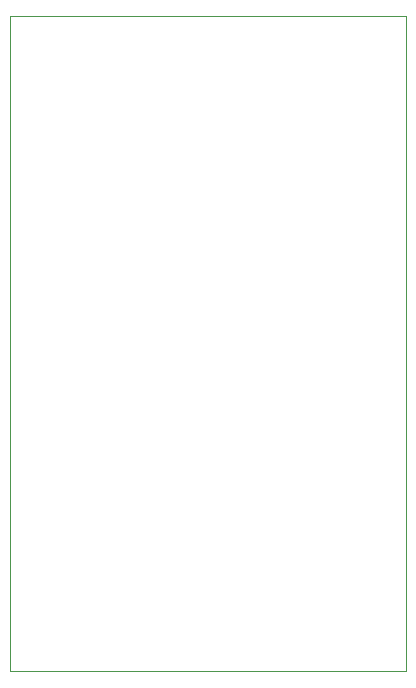
<source format=gbr>
%TF.GenerationSoftware,KiCad,Pcbnew,9.0.3*%
%TF.CreationDate,2025-08-03T17:59:23+05:30*%
%TF.ProjectId,BatteryCharger_FuelGauge_Breakout_Board,42617474-6572-4794-9368-61726765725f,rev?*%
%TF.SameCoordinates,Original*%
%TF.FileFunction,Profile,NP*%
%FSLAX46Y46*%
G04 Gerber Fmt 4.6, Leading zero omitted, Abs format (unit mm)*
G04 Created by KiCad (PCBNEW 9.0.3) date 2025-08-03 17:59:23*
%MOMM*%
%LPD*%
G01*
G04 APERTURE LIST*
%TA.AperFunction,Profile*%
%ADD10C,0.050000*%
%TD*%
G04 APERTURE END LIST*
D10*
X123700000Y-79550000D02*
X157200000Y-79550000D01*
X157200000Y-135000000D01*
X123700000Y-135000000D01*
X123700000Y-79550000D01*
M02*

</source>
